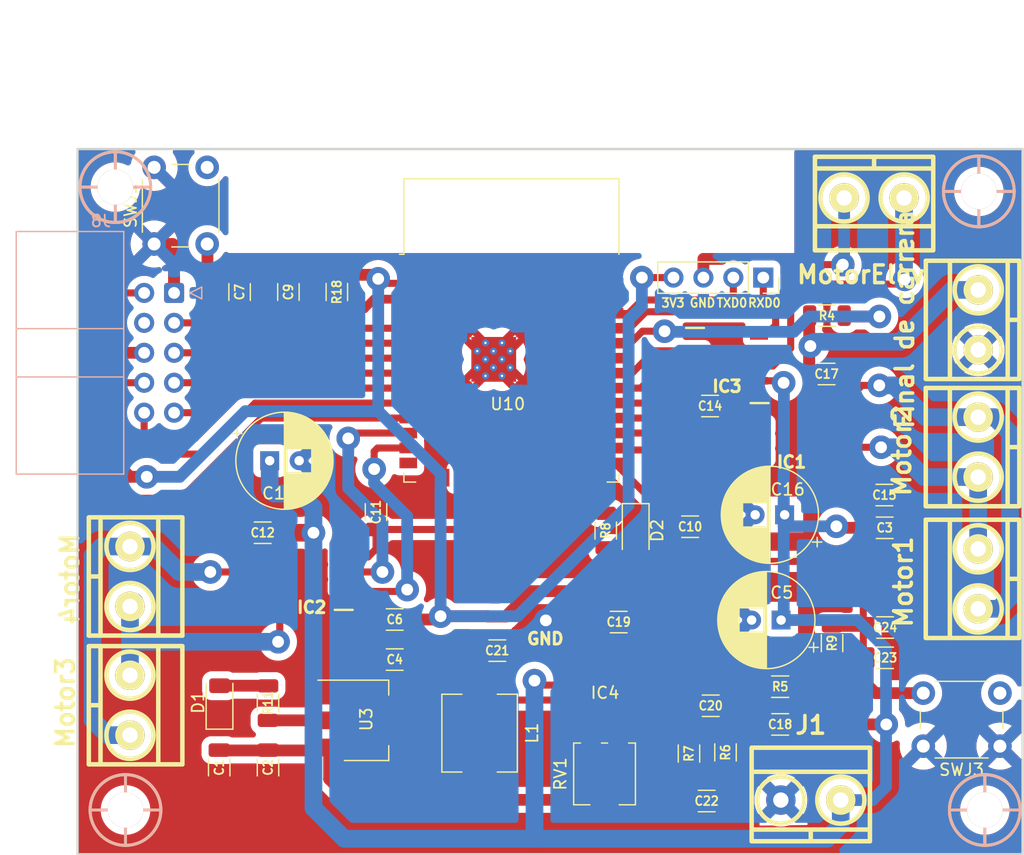
<source format=kicad_pcb>
(kicad_pcb (version 20221018) (generator pcbnew)
  (layers (0 "F.Cu" signal) (31 "B.Cu" signal) (34 "B.Paste" user) (35 "F.Paste" user) (36 "B.SilkS" user "B.Silkscreen") (37 "F.SilkS" user "F.Silkscreen") (38 "B.Mask" user) (39 "F.Mask" user) (44 "Edge.Cuts" user))
  (net 0 "")
  (net 1 "GND")
  (net 2 "/Vin")
  (net 3 "/3V3")
  (net 4 "/EN")
  (net 5 "Net-(J11-Pin_1)")
  (net 6 "Net-(D1-A)")
  (net 7 "/EnA")
  (net 8 "/EnB")
  (net 9 "/EN Elev")
  (net 10 "Net-(IC1-OUT2)")
  (net 11 "Net-(IC1-OUT1)")
  (net 12 "/IN3")
  (net 13 "/IN4")
  (net 14 "Net-(IC2-OUT1)")
  (net 15 "Net-(IC2-OUT2)")
  (net 16 "/IN5")
  (net 17 "/IN6")
  (net 18 "Net-(IC3-OUT1)")
  (net 19 "Net-(IC3-OUT2)")
  (net 20 "/RXD0")
  (net 21 "/TXD0")
  (net 22 "/Sen2")
  (net 23 "/Sen3")
  (net 24 "/Sen4")
  (net 25 "/Sen5")
  (net 26 "/Sen6")
  (net 27 "/Sen7")
  (net 28 "/FC")
  (net 29 "/BOOT")
  (net 30 "/IN2")
  (net 31 "/IN1")
  (net 39 "Net-(D2-A)")
  (net 40 "unconnected-(U10-IO22-Pad36)")
  (net 41 "unconnected-(U10-IO23-Pad37)")
  (net 43 "/5V")
  (net 44 "Net-(IC4-SS)")
  (net 45 "Net-(IC4-COMP)")
  (net 46 "Net-(C20-Pad2)")
  (net 47 "Net-(IC4-BS)")
  (net 48 "Net-(IC4-SW)")
  (net 49 "Net-(IC4-EN)")
  (net 50 "Net-(IC4-FB)")
  (net 52 "unconnected-(U10-SENSOR_VP-Pad4)")
  (net 54 "/Led prueba")
  (net 55 "/Sen1")
  (footprint "Capacitor_SMD:C_1206_3216Metric" (layer "F.Cu") (at 122.76 81.28 180)
    (fp_text reference "C23")
    (fp_text value "0.1u" hide)
  )
  (footprint "Capacitor_SMD:C_1206_3216Metric" (layer "F.Cu") (at 72.14 50.25 -90)
    (fp_text reference "C9")
    (fp_text value "0.1u" hide)
  )
  (footprint "EESTN5:hole_3mm" (layer "F.Cu") (at 58.3205 94.1916)
    (fp_text reference "hole_3mm" hide)
    (fp_text value "VAL**" hide)
  )
  (footprint "LED_SMD:LED_1206_3216Metric" (layer "F.Cu") (at 101.6 70.485 -90)
    (fp_text reference "D2")
    (fp_text value "LED" hide)
  )
  (footprint "Capacitor_SMD:C_1206_3216Metric" (layer "F.Cu") (at 70.4109 90.5848 -90)
    (fp_text reference "C2")
    (fp_text value "0.1u" hide)
  )
  (footprint "Capacitor_SMD:C_1206_3216Metric" (layer "F.Cu") (at 107.9642 85.3472)
    (fp_text reference "C20")
    (fp_text value "4.8n" hide)
  )
  (footprint "EESTN5:BORNERA2_AZUL" (layer "F.Cu") (at 58.7015 74.3796 -90)
    (fp_text reference "J6" hide)
    (fp_text value "Motor4")
  )
  (footprint "EESTN5:BORNERA2_AZUL" (layer "F.Cu") (at 130.65335 74.5828 90)
    (fp_text reference "J4" hide)
    (fp_text value "Motor1")
  )
  (footprint "LibraryPERSONALES:SOIC127P600X170-9N" (layer "F.Cu") (at 74.1193 74.6336 180)
    (fp_text reference "IC2")
    (fp_text value "TB67H450AFNG,EL" hide)
  )
  (footprint "Capacitor_SMD:C_1206_3216Metric" (layer "F.Cu") (at 122.7 67.475)
    (fp_text reference "C15")
    (fp_text value "0.1u" hide)
  )
  (footprint "EESTN5:BORNERA2_AZUL" (layer "F.Cu") (at 121.826 42.27 180)
    (fp_text reference "J7" hide)
    (fp_text value "MotorElev")
  )
  (footprint "EESTN5:hole_3mm" (layer "F.Cu") (at 131.2185 94.1916)
    (fp_text reference "hole_3mm" hide)
    (fp_text value "VAL**" hide)
  )
  (footprint "Resistor_SMD:R_1206_3216Metric" (layer "F.Cu") (at 99.06 70.485 -90)
    (fp_text reference "R8")
    (fp_text value "330" hide)
  )
  (footprint "Capacitor_SMD:C_1206_3216Metric" (layer "F.Cu") (at 100.1595 78.2472 180)
    (fp_text reference "C19")
    (fp_text value "0.1u" hide)
  )
  (footprint "Resistor_SMD:R_1206_3216Metric" (layer "F.Cu") (at 118.26 80.035 -90)
    (fp_text reference "R9")
    (fp_text value "4.7k" hide)
  )
  (footprint "LibraryPERSONALES:SO8-TH" (layer "F.Cu") (at 99.0333 84.2296 -90)
    (fp_text reference "IC4")
    (fp_text value "MP2307")
  )
  (footprint "Resistor_SMD:R_1206_3216Metric" (layer "F.Cu") (at 117.825 52.25 180)
    (fp_text reference "R4")
    (fp_text value "100k" hide)
  )
  (footprint "Capacitor_SMD:C_1206_3216Metric" (layer "F.Cu") (at 106.2185 70.1596)
    (fp_text reference "C10")
    (fp_text value "0.1u" hide)
  )
  (footprint "Capacitor_SMD:C_1206_3216Metric" (layer "F.Cu") (at 122.76 78.71 180)
    (fp_text reference "C24")
    (fp_text value "0.1u" hide)
  )
  (footprint "Capacitor_SMD:C_1206_3216Metric" (layer "F.Cu") (at 66.2707 90.5848 -90)
    (fp_text reference "C1")
    (fp_text value "10u" hide)
  )
  (footprint "LibraryPERSONALES:SOIC127P600X170-9N" (layer "F.Cu") (at 114.825 62.25)
    (fp_text reference "IC1")
    (fp_text value "TB67H450AFNG,EL" hide)
  )
  (footprint "EESTN5:BORNERA2_AZUL" (layer "F.Cu") (at 130.65335 63.4068 90)
    (fp_text reference "J3" hide)
    (fp_text value "Motor2")
  )
  (footprint "Capacitor_SMD:C_1206_3216Metric" (layer "F.Cu") (at 107.624 93.4296)
    (fp_text reference "C22")
    (fp_text value "12u" hide)
  )
  (footprint "Capacitor_SMD:C_1206_3216Metric" (layer "F.Cu") (at 68 50.25 -90)
    (fp_text reference "C7")
    (fp_text value "0.1u" hide)
  )
  (footprint "Capacitor_SMD:C_1206_3216Metric" (layer "F.Cu") (at 69.9595 70.67 180)
    (fp_text reference "C12")
    (fp_text value "0.1u" hide)
  )
  (footprint "EESTN5:BORNERA2_AZUL" (layer "F.Cu") (at 130.6597 52.6118 90)
    (fp_text reference "J11" hide)
    (fp_text value "Final de carrera")
  )
  (footprint "Resistor_SMD:R_1206_3216Metric" (layer "F.Cu") (at 109.2216 89.3041 90)
    (fp_text reference "R6")
    (fp_text value "8.2k" hide)
  )
  (footprint "Inductor_SMD:L_6.3x6.3_H3" (layer "F.Cu") (at 88.3595 87.67 -90)
    (fp_text reference "L1")
    (fp_text value "2u" hide)
  )
  (footprint "Capacitor_SMD:C_1206_3216Metric" (layer "F.Cu") (at 107.913 59.92)
    (fp_text reference "C14")
    (fp_text value "0.1u" hide)
  )
  (footprint "Capacitor_SMD:C_1206_3216Metric" (layer "F.Cu") (at 81.1595 81.4296 180)
    (fp_text reference "C4")
    (fp_text value "0.1u" hide)
  )
  (footprint "RF_Module:ESP32-WROOM-32D" (layer "F.Cu") (at 91.0595 56.4916)
    (fp_text reference "U10")
    (fp_text value "ESP32-WROOM-32" hide)
  )
  (footprint "Capacitor_THT:CP_Radial_D8.0mm_P2.50mm" (layer "F.Cu") (at 114.236951 69.1472 180)
    (fp_text reference "C16")
    (fp_text value "100u" hide)
  )
  (footprint "Capacitor_SMD:C_1206_3216Metric" (layer "F.Cu") (at 79.5745 68.9186 90)
    (fp_text reference "C11")
    (fp_text value "0.1u" hide)
  )
  (footprint "EESTN5:hole_3mm" (layer "F.Cu") (at 57.4595 41.35)
    (fp_text reference "hole_3mm" hide)
    (fp_text value "VAL**" hide)
  )
  (footprint "Package_TO_SOT_SMD:SOT-223-3_TabPin2" (layer "F.Cu") (at 78.7425 86.5856)
    (fp_text reference "U3")
    (fp_text value "AMS1117-3.3" hide)
  )
  (footprint "Button_Switch_THT:SW_PUSH_6mm_H4.3mm" (layer "F.Cu") (at 60.75 46.175 90)
    (fp_text reference "SWJ1")
    (fp_text value "SW_MEC_5G")
  )
  (footprint "Resistor_SMD:R_1206_3216Metric" (layer "F.Cu") (at 70.4109 85.1238 90)
    (fp_text reference "R11")
    (fp_text value "5.1k" hide)
  )
  (footprint "Resistor_SMD:R_1206_3216Metric" (layer "F.Cu") (at 106.1216 89.4041 90)
    (fp_text reference "R7")
    (fp_text value "8.2k" hide)
  )
  (footprint "EESTN5:hole_3mm" (layer "F.Cu") (at 130.7105 41.7152)
    (fp_text reference "hole_3mm" hide)
    (fp_text value "VAL**" hide)
  )
  (footprint "Capacitor_THT:CP_Radial_D8.0mm_P2.50mm" (layer "F.Cu") (at 113.937351 78.079 180)
    (fp_text reference "C5")
    (fp_text value "100u" hide)
  )
  (footprint "LED_SMD:LED_1206_3216Metric" (layer "F.Cu") (at 66.2961 85.0476 90)
    (fp_text reference "D1")
    (fp_text value "LED" hide)
  )
  (footprint "Capacitor_THT:CP_Radial_D8.0mm_P2.50mm" (layer "F.Cu") (at 70.5525 64.56051)
    (fp_text reference "C13")
    (fp_text value "100u" hide)
  )
  (footprint "Capacitor_SMD:C_1206_3216Metric" (layer "F.Cu") (at 81.1595 78.0296 180)
    (fp_text reference "C6")
    (fp_text value "10u" hide)
  )
  (footprint "EESTN5:BORNERA2_AZUL" (layer "F.Cu") (at 116.4548 93.34945)
    (fp_text reference "J1")
    (fp_text value "Alimentacion 12V" hide)
  )
  (footprint "Potentiometer_SMD:Potentiometer_Vishay_TS53YJ_Vertical" (layer "F.Cu") (at 98.9595 91.1296 90)
    (fp_text reference "RV1")
    (fp_text value "220k" hide)
  )
  (footprint "Capacitor_SMD:C_1206_3216Metric" (layer "F.Cu") (at 122.725 70.25)
    (fp_text reference "C3")
    (fp_text value "0.1u" hide)
  )
  (footprint "Resistor_SMD:R_1206_3216Metric" (layer "F.Cu") (at 76.25 50.25 90)
    (fp_text reference "R18")
    (fp_text value "4.7k" hide)
  )
  (footprint "LibraryPERSONALES:SOIC127P600X170-9N" (layer "F.Cu") (at 109.35 55.875)
    (fp_text reference "IC3")
    (fp_text value "TB67H450AFNG,EL" hide)
  )
  (footprint "Resistor_SMD:R_1206_3216Metric" (layer "F.Cu") (at 113.8595 83.7296 180)
    (fp_text reference "R5")
    (fp_text value "100k" hide)
  )
  (footprint "Button_Switch_THT:SW_PUSH_6mm_H4.3mm" (layer "F.Cu") (at 132.5 88.775 180)
    (fp_text reference "SWJ3")
    (fp_text value "SW_MEC_5G")
  )
  (footprint "Capacitor_SMD:C_1206_3216Metric" (layer "F.Cu") (at 89.8595 80.67 180)
    (fp_text reference "C21")
    (fp_text value "10n" hide)
  )
  (footprint "EESTN5:BORNERA2_AZUL" (layer "F.Cu") (at 58.7015 85.3016 -90)
    (fp_text reference "J5" hide)
    (fp_text value "Motor3")
  )
  (footprint "Capacitor_SMD:C_1206_3216Metric" (layer "F.Cu") (at 117.794 57.204 180)
    (fp_text reference "C17")
    (fp_text value "0.1u" hide)
  )
  (footprint "Capacitor_SMD:C_1206_3216Metric" (layer "F.Cu") (at 113.8595 86.9296 180)
    (fp_text reference "C18")
    (fp_text value "12u" hide)
  )
  (footprint "Connector_PinSocket_2.54mm:PinSocket_1x04_P2.54mm_Vertical" (layer "F.Cu") (at 112.425 49.025 -90)
    (fp_text reference "J2" hide)
    (fp_text value "UART" hide)
  )
  (footprint "Connector_IDC:IDC-Header_2x05_P2.54mm_Horizontal" (layer "B.Cu") (at 62.4432 50.3258 180)
    (fp_text reference "J8")
    (fp_text value "Screw_Terminal_01x10")
  )
  (gr_rect (start 54.2565 38.1211) (end 134.4189 97.9381) (stroke (width 0.2)) (fill none) (layer "Edge.Cuts"))
  (gr_text "GND" (at 92.25 80.25) (layer "F.SilkS") (effects (font (size 1 1) (thickness 0.25) bold) (justify left bottom)))
  (segment (start 107.345 47.4416) (end 108.8916 47.4416) (width 1) (layer "F.Cu") (net 1))
  (segment (start 62.4432 46.2932) (end 62.325 46.175) (width 1) (layer "F.Cu") (net 1))
  (segment (start 62.4432 50.3258) (end 62.4432 46.2932) (width 1) (layer "F.Cu") (net 1))
  (segment (start 107.345 49.025) (end 107.345 47.4416) (width 1) (layer "F.Cu") (net 1))
  (segment (start 62.325 46.175) (end 60.75 46.175) (width 1) (layer "F.Cu") (net 1))
  (segment (start 123.4 61.1) (end 123.5 61) (width 0.6) (layer "F.Cu") (net 1))
  (via (at 93.98 78.105) (size 2) (drill 1) (layers "F.Cu" "B.Cu") (net 1))
  (segment (start 121.225 66.104) (end 121.041 65.92) (width 0.6) (layer "F.Cu") (net 2))
  (segment (start 115.3345 86.9296) (end 115.3345 83.8421) (width 1) (layer "F.Cu") (net 2))
  (segment (start 121.25 70.25) (end 118.75 70.25) (width 1) (layer "F.Cu") (net 2))
  (segment (start 117.537 65.191) (end 118.266 65.92) (width 0.6) (layer "F.Cu") (net 2))
  (segment (start 122.7595 86.9296) (end 115.3345 86.9296) (width 1) (layer "F.Cu") (net 2))
  (segment (start 114.15 57.95) (end 113.98 57.78) (width 0.6) (layer "F.Cu") (net 2))
  (segment (start 72.016 70.67) (end 74.266 70.67) (width 1.5) (layer "F.Cu") (net 2))
  (segment (start 113.98 57.78) (end 112.062 57.78) (width 0.6) (layer "F.Cu") (net 2))
  (segment (start 118.266 65.92) (end 121.041 65.92) (width 0.6) (layer "F.Cu") (net 2))
  (segment (start 71.4073 72.42) (end 71.4073 70.6972) (width 1) (layer "F.Cu") (net 2))
  (segment (start 71.4073 70.6972) (end 71.4345 70.67) (width 1) (layer "F.Cu") (net 2))
  (segment (start 121.225 67.475) (end 121.225 66.104) (width 0.6) (layer "F.Cu") (net 2))
  (segment (start 93.3955 83.5946) (end 96.4333 83.5946) (width 0.6) (layer "F.Cu") (net 2))
  (segment (start 117.537 64.155) (end 117.537 65.191) (width 0.6) (layer "F.Cu") (net 2))
  (segment (start 118.75 70.25) (end 118.625 70.125) (width 1) (layer "F.Cu") (net 2))
  (segment (start 121.225 70.225) (end 121.25 70.25) (width 1) (layer "F.Cu") (net 2))
  (segment (start 93.016 83.2151) (end 93.3955 83.5946) (width 0.6) (layer "F.Cu") (net 2))
  (segment (start 121.225 67.475) (end 121.225 70.225) (width 1) (layer "F.Cu") (net 2))
  (via (at 114.15 57.95) (size 2) (drill 1) (layers "F.Cu" "B.Cu") (net 2))
  (via (at 93.016 83.2151) (size 2) (drill 1) (layers "F.Cu" "B.Cu") (net 2))
  (via (at 118.625 70.125) (size 2) (drill 1) (layers "F.Cu" "B.Cu") (net 2))
  (via (at 74.266 70.67) (size 2) (drill 1) (layers "F.Cu" "B.Cu") (net 2))
  (via (at 122.8595 86.9296) (size 2) (drill 1) (layers "F.Cu" "B.Cu") (net 2))
  (segment (start 118.0178 96.4542) (end 118.9948 95.4772) (width 1.5) (layer "B.Cu") (net 2))
  (segment (start 74.266 70.67) (end 74.266 94.016) (width 1.5) (layer "B.Cu") (net 2))
  (segment (start 76.8796 96.6296) (end 93.3595 96.6296) (width 1.5) (layer "B.Cu") (net 2))
  (segment (start 70.9461 67.3501) (end 70.5525 66.9565) (width 1.5) (layer "B.Cu") (net 2))
  (segment (start 122.8365 92.2) (end 121.68705 93.34945) (width 1) (layer "B.Cu") (net 2))
  (segment (start 114.1595 65.5296) (end 114.1595 77.856851) (width 1) (layer "B.Cu") (net 2))
  (segment (start 114.1595 66.37) (end 114.1595 65.5296) (width 1) (layer "B.Cu") (net 2))
  (segment (start 114.175 65.5141) (end 114.1595 65.5296) (width 1) (layer "B.Cu") (net 2))
  (segment (start 114.1595 66.675) (end 114.1595 66.37) (width 1) (layer "B.Cu") (net 2))
  (segment (start 93.016 83.2151) (end 93.016 96.6296) (width 1.5) (layer "B.Cu") (net 2))
  (segment (start 114.15 57.95) (end 114.175 57.975) (width 1) (layer "B.Cu") (net 2))
  (segment (start 74.266 68.528652) (end 73.087448 67.3501) (width 1.5) (layer "B.Cu") (net 2))
  (segment (start 122.8365 80.5066) (end 122.8365 92.2) (width 1) (layer "B.Cu") (net 2))
  (segment (start 114.175 57.975) (end 114.175 65.5141) (width 1) (layer "B.Cu") (net 2))
  (segment (start 120.4089 78.079) (end 122.8365 80.5066) (width 1) (layer "B.Cu") (net 2))
  (segment (start 70.5525 66.9565) (end 70.5525 64.56051) (width 1.5) (layer "B.Cu") (net 2))
  (segment (start 114.1595 70.125) (end 114.1595 66.37) (width 1) (layer "B.Cu") (net 2))
  (segment (start 114.1595 77.856851) (end 113.937351 78.079) (width 1) (layer "B.Cu") (net 2))
  (segment (start 93.016 96.6296) (end 93.3595 96.6296) (width 1.5) (layer "B.Cu") (net 2))
  (segment (start 118.9948 95.4772) (end 118.9948 93.34945) (width 1.5) (layer "B.Cu") (net 2))
  (segment (start 74.266 70.67) (end 74.266 68.528652) (width 1.5) (layer "B.Cu") (net 2))
  (segment (start 117.8424 96.6296) (end 118.0178 96.4542) (width 1.5) (layer "B.Cu") (net 2))
  (segment (start 93.3595 96.6296) (end 117.8424 96.6296) (width 1.5) (layer "B.Cu") (net 2))
  (segment (start 74.266 94.016) (end 76.8796 96.6296) (width 1.5) (layer "B.Cu") (net 2))
  (segment (start 118.625 70.125) (end 114.1595 70.125) (width 1) (layer "B.Cu") (net 2))
  (segment (start 121.68705 93.34945) (end 118.9948 93.34945) (width 1) (layer "B.Cu") (net 2))
  (segment (start 113.937351 78.079) (end 120.4089 78.079) (width 1) (layer "B.Cu") (net 2))
  (segment (start 73.087448 67.3501) (end 70.9461 67.3501) (width 1.5) (layer "B.Cu") (net 2))
  (segment (start 89.075 77.75) (end 89.1 77.775) (width 1) (layer "F.Cu") (net 3))
  (segment (start 56.525 61.45) (end 56.525 63.75) (width 1) (layer "F.Cu") (net 3))
  (segment (start 84.7704 78.0296) (end 85.05 77.75) (width 1) (layer "F.Cu") (net 3))
  (segment (start 82.6345 78.0296) (end 84.7704 78.0296) (width 1) (layer "F.Cu") (net 3))
  (segment (start 70.4109 86.5863) (end 75.5918 86.5863) (width 1) (layer "F.Cu") (net 3))
  (segment (start 57.5942 55.4058) (end 57.225 55.775) (width 1) (layer "F.Cu") (net 3))
  (segment (start 82.6595 85.8186) (end 82.6595 81.4546) (width 1) (layer "F.Cu") (net 3))
  (segment (start 75.5925 86.5856) (end 81.8925 86.5856) (width 1) (layer "F.Cu") (net 3))
  (segment (start 92.725 75.625) (end 105.525 75.625) (width 1) (layer "F.Cu") (net 3))
  (segment (start 90.575 77.775) (end 92.725 75.625) (width 1) (layer "F.Cu") (net 3))
  (segment (start 89.1 77.775) (end 90.575 77.775) (width 1) (layer "F.Cu") (net 3))
  (segment (start 79.7595 49.1321) (end 80.139 49.5116) (width 0.6) (layer "F.Cu") (net 3))
  (segment (start 56.525 63.75) (end 58.7 65.925) (width 1) (layer "F.Cu") (net 3))
  (segment (start 106.275 78.95) (end 108.8225 81.4975) (width 1) (layer "F.Cu") (net 3))
  (segment (start 85.05 77.75) (end 89.075 77.75) (width 1) (layer "F.Cu") (net 3))
  (segment (start 56.525 56.475) (end 56.525 61.45) (width 1) (layer "F.Cu") (net 3))
  (segment (start 80.139 49.5116) (end 82.3095 49.5116) (width 0.6) (layer "F.Cu") (net 3))
  (segment (start 108.8225 81.4975) (end 118.26 81.4975) (width 1) (layer "F.Cu") (net 3))
  (segment (start 79.4149 48.7875) (end 76.25 48.7875) (width 1) (layer "F.Cu") (net 3))
  (segment (start 82.6345 78.0296) (end 82.6345 81.4296) (width 1) (layer "F.Cu") (net 3))
  (segment (start 58.7 65.925) (end 60.125 65.925) (width 1) (layer "F.Cu") (net 3))
  (segment (start 79.7595 49.1321) (end 79.4149 48.7875) (width 1) (layer "F.Cu") (net 3))
  (segment (start 75.5918 86.5863) (end 75.5925 86.5856) (width 1) (layer "F.Cu") (net 3))
  (segment (start 102.125 49.025) (end 104.805 49.025) (width 0.6) (layer "F.Cu") (net 3))
  (segment (start 59.9032 55.4058) (end 59.889 55.42) (width 1) (layer "F.Cu") (net 3))
  (segment (start 82.6595 81.4546) (end 82.6345 81.4296) (width 1) (layer "F.Cu") (net 3))
  (segment (start 59.9032 55.4058) (end 57.5942 55.4058) (width 1) (layer "F.Cu") (net 3))
  (segment (start 105.525 75.625) (end 106.275 76.375) (width 1) (layer "F.Cu") (net 3))
  (segment (start 106.275 76.375) (end 106.275 78.95) (width 1) (layer "F.Cu") (net 3))
  (segment (start 57.225 55.775) (end 56.525 56.475) (width 1) (layer "F.Cu") (net 3))
  (segment (start 81.8925 86.5856) (end 82.6595 85.8186) (width 1) (layer "F.Cu") (net 3))
  (via (at 102.125 49.025) (size 2) (drill 1) (layers "F.Cu" "B.Cu") (net 3))
  (via (at 79.7595 49.1321) (size 2) (drill 1) (layers "F.Cu" "B.Cu") (net 3))
  (via (at 60.125 65.925) (size 2) (drill 1) (layers "F.Cu" "B.Cu") (net 3))
  (via (at 85.05 77.75) (size 2) (drill 1) (layers "F.Cu" "B.Cu") (net 3))
  (segment (start 68.4884 60.3616) (end 79.75 60.3616) (width 1) (layer "B.Cu") (net 3))
  (segment (start 79.7595 60.3521) (end 79.7595 49.1321) (width 1) (layer "B.Cu") (net 3))
  (segment (start 85.05 67.05) (end 85.05 69.025) (width 1) (layer "B.Cu") (net 3))
  (segment (start 85.05 77.75) (end 91.575 77.75) (width 1) (layer "B.Cu") (net 3))
  (segment (start 85.05 77.75) (end 85.05 67.05) (width 1) (layer "B.Cu") (net 3))
  (segment (start 101 52.6) (end 102.125 51.475) (width 1) (layer "B.Cu") (net 3))
  (segment (start 101 68.325) (end 101 52.6) (width 1) (layer "B.Cu") (net 3))
  (segment (start 62.925 65.925) (end 68.4884 60.3616) (width 1) (layer "B.Cu") (net 3))
  (segment (start 79.7595 60.3521) (end 85.05 65.6426) (width 1) (layer "B.Cu") (net 3))
  (segment (start 91.575 77.75) (end 101 68.325) (width 1) (layer "B.Cu") (net 3))
  (segment (start 79.75 60.3616) (end 79.7595 60.3521) (width 1) (layer "B.Cu") (net 3))
  (segment (start 85.05 65.6426) (end 85.05 67.05) (width 1) (layer "B.Cu") (net 3))
  (segment (start 60.125 65.925) (end 62.925 65.925) (width 1) (layer "B.Cu") (net 3))
  (segment (start 102.125 51.475) (end 102.125 49.025) (width 1) (layer "B.Cu") (net 3))
  (segment (start 82.3095 50.7816) (end 82.2615 50.8296) (width 0.6) (layer "F.Cu") (net 4))
  (segment (start 82.234 50.8571) (end 82.3095 50.7816) (width 0.75) (layer "F.Cu") (net 4))
  (segment (start 68 51.725) (end 66.325 51.725) (width 1) (layer "F.Cu") (net 4))
  (segment (start 65.275 46.2) (end 65.25 46.175) (width 1) (layer "F.Cu") (net 4))
  (segment (start 78.58 51.67) (end 79.3929 50.8571) (width 0.75) (layer "F.Cu") (net 4))
  (segment (start 79.3929 50.8571) (end 82.234 50.8571) (width 0.75) (layer "F.Cu") (net 4))
  (segment (start 66.325 51.725) (end 65.275 50.675) (width 1) (layer "F.Cu") (net 4))
  (segment (start 65.275 50.675) (end 65.275 46.2) (width 1) (layer "F.Cu") (net 4))
  (segment (start 67.67 51.67) (end 78.58 51.67) (width 0.75) (layer "F.Cu") (net 4))
  (segment (start 116.319 52.2935) (end 116.3625 52.25) (width 1) (layer "F.Cu") (net 5))
  (segment (start 116.319 56.125) (end 116.319 57.204) (width 1) (layer "F.Cu") (net 5))
  (segment (start 116.319 54.935258) (end 116.319 56.125) (width 1) (layer "F.Cu") (net 5))
  (segment (start 116.420678 54.83358) (end 116.319 54.935258) (width 0.6) (layer "F.Cu") (net 5))
  (segment (start 116.319 57.204) (end 116.319 52.2935) (width 1) (layer "F.Cu") (net 5))
  (via (at 116.420678 54.83358) (size 2) (drill 1) (layers "F.Cu" "B.Cu") (net 5))
  (segment (start 128.4342 50.0718) (end 130.6597 50.0718) (width 1.5) (layer "B.Cu") (net 5))
  (segment (start 116.420678 54.83358) (end 116.784258 54.47) (width 1.5) (layer "B.Cu") (net 5))
  (segment (start 124.036 54.47) (end 128.4342 50.0718) (width 1.5) (layer "B.Cu") (net 5))
  (segment (start 116.784258 54.47) (end 124.036 54.47) (width 1.5) (layer "B.Cu") (net 5))
  (segment (start 70.3972 83.6476) (end 70.4109 83.6613) (width 1) (layer "F.Cu") (net 6))
  (segment (start 66.2961 83.6476) (end 70.3972 83.6476) (width 1) (layer "F.Cu") (net 6))
  (segment (start 104.725 64.155) (end 112.113 64.155) (width 0.6) (layer "F.Cu") (net 7))
  (segment (start 99.9795 63.6516) (end 103.9266 63.6516) (width 0.6) (layer "F.Cu") (net 7))
  (segment (start 104.7435 70.1596) (end 104.7435 64.4565) (width 1) (layer "F.Cu") (net 7))
  (segment (start 103.9266 63.6516) (end 104.43 64.155) (width 0.6) (layer "F.Cu") (net 7))
  (segment (start 104.43 64.155) (end 104.725 64.155) (width 0.6) (layer "F.Cu") (net 7))
  (segment (start 99.8095 63.4816) (end 99.9795 63.6516) (width 0.6) (layer "F.Cu") (net 7))
  (segment (start 78.8945 72.7286) (end 79.5745 72.0486) (width 0.6) (layer "F.Cu") (net 8))
  (segment (start 79.5745 72.0486) (end 79.5745 70.3936) (width 0.6) (layer "F.Cu") (net 8))
  (segment (start 76.8313 72.7286) (end 78.8945 72.7286) (width 0.6) (layer "F.Cu") (net 8))
  (segment (start 79.5745 70.3936) (end 94.2955 70.3936) (width 0.6) (layer "F.Cu") (net 8))
  (segment (start 94.2955 70.3936) (end 95.5095 69.1796) (width 0.6) (layer "F.Cu") (net 8))
  (segment (start 95.5095 69.1796) (end 95.5095 66.0016) (width 0.6) (layer "F.Cu") (net 8))
  (segment (start 105.3 59.6716) (end 106.1896 59.6716) (width 0.6) (layer "F.Cu") (net 9))
  (segment (start 106.638 57.78) (end 106.575 57.843) (width 0.6) (layer "F.Cu") (net 9))
  (segment (start 99.8095 59.6716) (end 105.3 59.6716) (width 0.6) (layer "F.Cu") (net 9))
  (segment (start 106.1896 59.6716) (end 106.438 59.92) (width 0.6) (layer "F.Cu") (net 9))
  (segment (start 106.575 59.783) (end 106.438 59.92) (width 0.6) (layer "F.Cu") (net 9))
  (segment (start 105.301 59.6706) (end 105.3 59.6716) (width 0.6) (layer "F.Cu") (net 9))
  (segment (start 106.575 57.843) (end 106.575 59.783) (width 0.6) (layer "F.Cu") (net 9))
  (segment (start 118.585 60.39) (end 117.582 60.39) (width 0.6) (layer "F.Cu") (net 10))
  (segment (start 122.266 58.17) (end 120.805 58.17) (width 0.6) (layer "F.Cu") (net 10))
  (segment (start 117.582 60.39) (end 117.537 60.345) (width 0.6) (layer "F.Cu") (net 10))
  (segment (start 120.805 58.17) (end 118.585 60.39) (width 0.6) (layer "F.Cu") (net 10))
  (via (at 122.266 58.17) (size 2) (drill 1) (layers "F.Cu" "B.Cu") (net 10))
  (segment (start 130.65335 77.1228) (end 132.3869 77.1228) (width 1.5) (layer "B.Cu") (net 10))
  (segment (start 123.4925 58.17) (end 122.266 58.17) (width 1.5) (layer "B.Cu") (net 10))
  (segment (start 132.0313 60.8668) (end 130.65335 60.8668) (width 1.5) (layer "B.Cu") (net 10))
  (segment (start 130.65335 60.8668) (end 126.1893 60.8668) (width 1.5) (layer "B.Cu") (net 10))
  (segment (start 126.1893 60.8668) (end 123.4925 58.17) (width 1.5) (layer "B.Cu") (net 10))
  (segment (start 133.3521 62.1876) (end 132.0313 60.8668) (width 1.5) (layer "B.Cu") (net 10))
  (segment (start 133.3521 76.1576) (end 133.3521 62.1876) (width 1.5) (layer "B.Cu") (net 10))
  (segment (start 132.3869 77.1228) (end 133.3521 76.1576) (width 1.5) (layer "B.Cu") (net 10))
  (segment (start 122.416 63.42) (end 120.045 63.42) (width 0.6) (layer "F.Cu") (net 11))
  (segment (start 119.51 62.885) (end 117.537 62.885) (width 0.6) (layer "F.Cu") (net 11))
  (segment (start 120.045 63.42) (end 119.51 62.885) (width 0.6) (layer "F.Cu") (net 11))
  (via (at 122.416 63.42) (size 2) (drill 1) (layers "F.Cu" "B.Cu") (net 11))
  (segment (start 126.0623 65.9468) (end 130.65335 65.9468) (width 1.5) (layer "B.Cu") (net 11))
  (segment (start 122.416 63.42) (end 123.5355 63.42) (width 1.5) (layer "B.Cu") (net 11))
  (segment (start 130.65335 65.9468) (end 130.65335 72.0428) (width 1.5) (layer "B.Cu") (net 11))
  (segment (start 123.5355 63.42) (end 126.0623 65.9468) (width 1.5) (layer "B.Cu") (net 11))
  (segment (start 78.185647 75.6486) (end 77.805647 75.2686) (width 0.6) (layer "F.Cu") (net 12))
  (segment (start 77.805647 75.2686) (end 76.8313 75.2686) (width 0.6) (layer "F.Cu") (net 12))
  (segment (start 79.7044 63.4816) (end 82.3095 63.4816) (width 0.6) (layer "F.Cu") (net 12))
  (segment (start 82.0594 75.6486) (end 78.185647 75.6486) (width 0.6) (layer "F.Cu") (net 12))
  (segment (start 79.416 63.77) (end 79.7044 63.4816) (width 0.6) (layer "F.Cu") (net 12))
  (segment (start 79.416 65.27) (end 79.416 63.77) (width 0.6) (layer "F.Cu") (net 12))
  (segment (start 82.216 75.492) (end 82.0594 75.6486) (width 0.6) (layer "F.Cu") (net 12))
  (via (at 79.416 65.27) (size 2) (drill 1) (layers "F.Cu" "B.Cu") (net 12))
  (via (at 82.216 75.492) (size 2) (drill 1) (layers "F.Cu" "B.Cu") (net 12))
  (segment (start 82.216 75.492) (end 82.216 73.97) (width 0.6) (layer "B.Cu") (net 12))
  (segment (start 82.216 75.492) (end 82.216 69.27) (width 1) (layer "B.Cu") (net 12))
  (segment (start 79.416 66.47) (end 79.416 65.27) (width 1) (layer "B.Cu") (net 12))
  (segment (start 82.216 69.27) (end 79.416 66.47) (width 1) (layer "B.Cu") (net 12))
  (segment (start 80.116 73.9991) (end 80.1155 73.9986) (width 0.6) (layer "F.Cu") (net 13))
  (segment (start 77.6744 62.2116) (end 82.3095 62.2116) (width 0.6) (layer "F.Cu") (net 13))
  (segment (start 80.1155 73.9986) (end 76.8313 73.9986) (width 0.6) (layer "F.Cu") (net 13))
  (segment (start 77.216 62.67) (end 77.6744 62.2116) (width 0.6) (layer "F.Cu") (net 13))
  (via (at 80.116 73.9991) (size 2) (drill 1) (layers "F.Cu" "B.Cu") (net 13))
  (via (at 77.216 62.67) (size 2) (drill 1) (layers "F.Cu" "B.Cu") (net 13))
  (segment (start 80.116 73.9991) (end 80.116 69.77) (width 1) (layer "B.Cu") (net 13))
  (segment (start 80.116 69.77) (end 77.216 66.87) (width 1) (layer "B.Cu") (net 13))
  (segment (start 77.216 66.87) (end 77.216 62.67) (width 1) (layer "B.Cu") (net 13))
  (segment (start 71.4073 73.9986) (end 65.516 73.9986) (width 0.6) (layer "F.Cu") (net 14))
  (via (at 65.516 73.9986) (size 2) (drill 1) (layers "F.Cu" "B.Cu") (net 14))
  (segment (start 62.8925 73.9986) (end 60.7335 71.8396) (width 1.5) (layer "B.Cu") (net 14))
  (segment (start 65.516 73.9986) (end 62.8925 73.9986) (width 1.5) (layer "B.Cu") (net 14))
  (segment (start 60.7335 71.8396) (end 58.7015 71.8396) (width 1.5) (layer "B.Cu") (net 14))
  (segment (start 55.5265 86.5716) (end 55.5265 72.6016) (width 1.5) (layer "B.Cu") (net 14))
  (segment (start 55.5265 72.6016) (end 56.2885 71.8396) (width 1.5) (layer "B.Cu") (net 14))
  (segment (start 58.7015 87.8416) (end 56.7965 87.8416) (width 1.5) (layer "B.Cu") (net 14))
  (segment (start 56.7965 87.8416) (end 55.5265 86.5716) (width 1.5) (layer "B.Cu") (net 14))
  (segment (start 56.2885 71.8396) (end 58.7015 71.8396) (width 1.5) (layer "B.Cu") (net 14))
  (segment (start 71.4073 79.7787) (end 71.4073 76.5386) (width 0.6) (layer "F.Cu") (net 15))
  (segment (start 71.266 79.92) (end 71.4073 79.7787) (width 0.6) (layer "F.Cu") (net 15))
  (via (at 71.266 79.92) (size 2) (drill 1) (layers "F.Cu" "B.Cu") (net 15))
  (segment (start 59.2015 79.92) (end 58.7015 79.42) (width 1.5) (layer "B.Cu") (net 15))
  (segment (start 58.7015 76.9196) (end 58.7015 79.42) (width 1.5) (layer "B.Cu") (net 15))
  (segment (start 71.266 79.92) (end 59.2015 79.92) (width 1.5) (layer "B.Cu") (net 15))
  (segment (start 58.7015 79.42) (end 58.7015 82.7616) (width 1.5) (layer "B.Cu") (net 15))
  (segment (start 59.0825 76.5386) (end 58.7015 76.9196) (width 1.5) (layer "B.Cu") (net 15))
  (segment (start 103.185 55.24) (end 106.638 55.24) (width 0.6) (layer "F.Cu") (net 16))
  (segment (start 101.2934 57.1316) (end 103.185 55.24) (width 0.6) (layer "F.Cu") (net 16))
  (segment (start 99.8095 57.1316) (end 101.2934 57.1316) (width 0.6) (layer "F.Cu") (net 16))
  (segment (start 99.8109 57.133) (end 99.8095 57.1316) (width 0.6) (layer "F.Cu") (net 16))
  (segment (start 99.8095 58.4016) (end 102.0234 58.4016) (width 0.6) (layer "F.Cu") (net 17))
  (segment (start 102.0234 58.4016) (end 103.915 56.51) (width 0.6) (layer "F.Cu") (net 17))
  (segment (start 103.915 56.51) (end 106.638 56.51) (width 0.6) (layer "F.Cu") (net 17))
  (segment (start 116.375 49.575) (end 124.025 49.575) (width 0.6) (layer "F.Cu") (net 18))
  (segment (start 114.75 55.016547) (end 114.75 51.2) (width 0.6) (layer "F.Cu") (net 18))
  (segment (start 114.75 51.2) (end 116.375 49.575) (width 0.6) (layer "F.Cu") (net 18))
  (segment (start 112.062 56.51) (end 112.077 56.525) (width 0.6) (layer "F.Cu") (net 18))
  (segment (start 112.077 56.525) (end 113.241547 56.525) (width 0.6) (layer "F.Cu") (net 18))
  (segment (start 124.025 49.575) (end 124.425 49.175) (width 0.6) (layer "F.Cu") (net 18))
  (segment (start 113.241547 56.525) (end 114.75 55.016547) (width 0.6) (layer "F.Cu") (net 18))
  (via (at 124.425 49.175) (size 2) (drill 1) (layers "F.Cu" "B.Cu") (net 18))
  (segment (start 124.366131 42.270131) (end 124.366 42.27) (width 1.5) (layer "B.Cu") (net 18))
  (segment (start 124.366131 49.116131) (end 124.366131 42.270131) (width 1.5) (layer "B.Cu") (net 18))
  (segment (start 124.425 49.175) (end 124.366131 49.116131) (width 1.5) (layer "B.Cu") (net 18))
  (segment (start 112.555 53.97) (end 113.475 53.05) (width 0.6) (layer "F.Cu") (net 19))
  (segment (start 116.481498 47.925) (end 119.175 47.925) (width 0.6) (layer "F.Cu") (net 19))
  (segment (start 113.475 53.05) (end 113.475 50.931498) (width 0.6) (layer "F.Cu") (net 19))
  (segment (start 113.475 50.931498) (end 116.481498 47.925) (width 0.6) (layer "F.Cu") (net 19))
  (segment (start 112.062 53.97) (end 112.555 53.97) (width 0.6) (layer "F.Cu") (net 19))
  (via (at 119.175 47.925) (size 2) (drill 1) (layers "F.Cu" "B.Cu") (net 19))
  (segment (start 119.286 47.814) (end 119.175 47.925) (width 1) (layer "B.Cu") (net 19))
  (segment (start 119.286 42.27) (end 119.286 47.814) (width 1) (layer "B.Cu") (net 19))
  (segment (start 101.0784 53.3216) (end 102.475 51.925) (width 0.6) (layer "F.Cu") (net 20))
  (segment (start 102.475 51.925) (end 111.325 51.925) (width 0.6) (layer "F.Cu") (net 20))
  (segment (start 99.8095 53.3216) (end 101.0784 53.3216) (width 0.6) (layer "F.Cu") (net 20))
  (segment (start 111.325 51.925) (end 112.425 50.825) (width 0.6) (layer "F.Cu") (net 20))
  (segment (start 112.425 50.825) (end 112.425 49.025) (width 0.6) (layer "F.Cu") (net 20))
  (segment (start 109.885 50.39) (end 109.885 49.025) (width 0.6) (layer "F.Cu") (net 21))
  (segment (start 99.8095 52.0516) (end 99.8329 52.075) (width 0.6) (layer "F.Cu") (net 21))
  (segment (start 99.8329 52.075) (end 100.981497 52.075) (width 0.6) (layer "F.Cu") (net 21))
  (segment (start 99.8335 52.0276) (end 99.8095 52.0516) (width 0.6) (layer "F.Cu") (net 21))
  (segment (start 109.35 50.925) (end 109.885 50.39) (width 0.6) (layer "F.Cu") (net 21))
  (segment (start 102.131497 50.925) (end 109.35 50.925) (width 0.6) (layer "F.Cu") (net 21))
  (segment (start 100.981497 52.075) (end 102.131497 50.925) (width 0.6) (layer "F.Cu") (net 21))
  (segment (start 82.3095 58.4016) (end 68.4844 58.4016) (width 0.6) (layer "F.Cu") (net 22))
  (segment (start 63.916 62.67) (end 62.916 62.67) (width 0.6) (layer "F.Cu") (net 22))
  (segment (start 68.4844 58.4016) (end 64.216 62.67) (width 0.6) (layer "F.Cu") (net 22))
  (segment (start 64.216 62.67) (end 63.916 62.67) (width 0.6) (layer "F.Cu") (net 22))
  (segment (start 63.916 62.67) (end 60.516 62.67) (width 0.6) (layer "F.Cu") (net 22))
  (segment (start 59.9032 62.0572) (end 59.9032 60.4858) (width 0.6) (layer "F.Cu") (net 22))
  (segment (start 60.516 62.67) (end 59.9032 62.0572) (width 0.6) (layer "F.Cu") (net 22))
  (segment (start 82.3095 57.1316) (end 67.8044 57.1316) (width 0.6) (layer "F.Cu") (net 23))
  (segment (start 67.8044 57.1316) (end 64.4502 60.4858) (width 0.6) (layer "F.Cu") (net 23))
  (segment (start 64.4502 60.4858) (end 62.4432 60.4858) (width 0.6) (layer "F.Cu") (net 23))
  (segment (start 67.3244 55.8616) (end 82.3095 55.8616) (width 0.6) (layer "F.Cu") (net 24))
  (segment (start 65.2402 57.9458) (end 67.3244 55.8616) (width 0.6) (layer "F.Cu") (net 24))
  (segment (start 62.4432 57.9458) (end 65.2402 57.9458) (width 0.6) (layer "F.Cu") (net 24))
  (segment (start 64.2802 55.4058) (end 62.4432 55.4058) (width 0.6) (layer "F.Cu") (net 25))
  (segment (start 65.0944 54.5916) (end 64.2802 55.4058) (width 0.6) (layer "F.Cu") (net 25))
  (segment (start 82.3095 54.5916) (end 65.0944 54.5916) (width 0.6) (layer "F.Cu") (net 25))
  (segment (start 64.4618 52.8658) (end 62.4432 52.8658) (width 0.6) (layer "F.Cu") (net 26))
  (segment (start 82.3095 53.3216) (end 64.9176 53.3216) (width 0.6) (layer "F.Cu") (net 26))
  (segment (start 64.9176 53.3216) (end 64.4618 52.8658) (width 0.6) (layer "F.Cu") (net 26))
  (segment (start 63.036 67.75) (end 57 67.75) (width 0.6) (layer "F.Cu") (net 27))
  (segment (start 55.25 52.686) (end 57.6102 50.3258) (width 0.6) (layer "F.Cu") (net 27))
  (segment (start 57.6102 50.3258) (end 59.9032 50.3258) (width 0.6) (layer "F.Cu") (net 27))
  (segment (start 55.25 66) (end 55.25 52.686) (width 0.6) (layer "F.Cu") (net 27))
  (segment (start 69.8444 60.9416) (end 63.036 67.75) (width 0.6) (layer "F.Cu") (net 27))
  (segment (start 57 67.75) (end 55.25 66) (width 0.6) (layer "F.Cu") (net 27))
  (segment (start 82.3095 60.9416) (end 69.8444 60.9416) (width 0.6) (layer "F.Cu") (net 27))
  (segment (start 82.3095 60.9416) (end 82.2855 60.9176) (width 0.6) (layer "F.Cu") (net 27))
  (segment (start 102.169002 53.5745) (end 101.151902 54.5916) (width 0.6) (layer "F.Cu") (net 28))
  (segment (start 119.3625 52.325) (end 119.2875 52.25) (width 1) (layer "F.Cu") (net 28))
  (segment (start 122.275 52.325) (end 119.3625 52.325) (width 1) (layer "F.Cu") (net 28))
  (segment (start 104.05 53.5745) (end 102.169002 53.5745) (width 0.6) (layer "F.Cu") (net 28))
  (segment (start 101.151902 54.5916) (end 99.8095 54.5916) (width 0.6) (layer "F.Cu") (net 28))
  (via (at 122.275 52.325) (size 2) (drill 1) (layers "F.Cu" "B.Cu") (net 28))
  (via (at 104.05 53.5745) (size 2) (drill 1) (layers "F.Cu" "B.Cu") (net 28))
  (segment (start 104.1005 53.625) (end 115.012962 53.625) (width 1) (layer "B.Cu") (net 28))
  (segment (start 104.05 53.5745) (end 104.1005 53.625) (width 1) (layer "B.Cu") (net 28))
  (segment (start 116.312962 52.325) (end 122.275 52.325) (width 1) (layer "B.Cu") (net 28))
  (segment (start 115.012962 53.625) (end 116.312962 52.325) (width 1) (layer "B.Cu") (net 28))
  (segment (start 121.945 84.275) (end 121.285 83.615) (width 1) (layer "F.Cu") (net 29))
  (segment (start 120.91 73.285) (end 120.91 80.905) (width 0.6) (layer "F.Cu") (net 29))
  (segment (start 121.285 83.615) (end 121.285 81.28) (width 1) (layer "F.Cu") (net 29))
  (segment (start 103.5185 71.182392) (end 103.5185 68.4606) (width 0.6) (layer "F.Cu") (net 29))
  (segment (start 120.91 80.905) (end 121.285 81.28) (width 0.6) (layer "F.Cu") (net 29))
  (segment (start 118.26 78.5725) (end 121.1475 78.5725) (width 1) (layer "F.Cu") (net 29))
  (segment (start 116.025 73.1) (end 120.725 73.1) (width 0.6) (layer "F.Cu") (net 29))
  (segment (start 105.436108 73.1) (end 103.5185 71.182392) (width 0.6) (layer "F.Cu") (net 29))
  (segment (start 103.5185 68.4606) (end 99.8095 64.7516) (width 0.6) (layer "F.Cu") (net 29))
  (segment (start 121.1475 78.5725) (end 121.285 78.71) (width 1) (layer "F.Cu") (net 29))
  (segment (start 120.725 73.1) (end 120.91 73.285) (width 0.6) (layer "F.Cu") (net 29))
  (segment (start 126.025 84.275) (end 121.945 84.275) (width 1) (layer "F.Cu") (net 29))
  (segment (start 117.3396 73.1) (end 105.436108 73.1) (width 0.6) (layer "F.Cu") (net 29))
  (segment (start 99.8095 60.9416) (end 104.35 60.9416) (width 0.6) (layer "F.Cu") (net 30))
  (segment (start 105.021497 61.615) (end 112.113 61.615) (width 0.6) (layer "F.Cu") (net 30))
  (segment (start 104.35 60.943503) (end 105.021497 61.615) (width 0.6) (layer "F.Cu") (net 30))
  (segment (start 104.35 60.9416) (end 104.35 60.943503) (width 0.6) (layer "F.Cu") (net 30))
  (segment (start 104.947995 62.885) (end 104.274595 62.2116) (width 0.6) (layer "F.Cu") (net 31))
  (segment (start 112.113 62.885) (end 104.947995 62.885) (width 0.6) (layer "F.Cu") (net 31))
  (segment (start 104.274595 62.2116) (end 99.8095 62.2116) (width 0.6) (layer "F.Cu") (net 31))
  (segment (start 99.06 71.9475) (end 101.5375 71.9475) (width 1) (layer "F.Cu") (net 39))
  (segment (start 101.5375 71.9475) (end 101.6 71.885) (width 1) (layer "F.Cu") (net 39))
  (segment (start 99.8335 50.7576) (end 99.8095 50.7816) (width 0.6) (layer "F.Cu") (net 40))
  (segment (start 99.8335 49.4876) (end 99.8095 49.5116) (width 0.6) (layer "F.Cu") (net 41))
  (segment (start 97.7595 89.1796) (end 97.8095 89.1296) (width 1) (layer "F.Cu") (net 43))
  (segment (start 75.5925 88.8856) (end 75.5925 91.5626) (width 1) (layer "F.Cu") (net 43))
  (segment (start 106.049 93.3296) (end 106.149 93.4296) (width 1) (layer "F.Cu") (net 43))
  (segment (start 75.5925 91.5626) (end 77.3595 93.3296) (width 1) (layer "F.Cu") (net 43))
  (segment (start 66.3005 89.1396) (end 75.3385 89.1396) (width 1) (layer "F.Cu") (net 43))
  (segment (start 75.3385 89.1396) (end 75.5925 88.8856) (width 1) (layer "F.Cu") (net 43))
  (segment (start 66.2707 89.1098) (end 66.3005 89.1396) (width 1) (layer "F.Cu") (net 43))
  (segment (start 98.9595 93.1296) (end 97.7595 93.1296) (width 1) (layer "F.Cu") (net 43))
  (segment (start 88.3595 90.2796) (end 88.3595 90.42) (width 1) (layer "F.Cu") (net 43))
  (segment (start 88.4595 90.1796) (end 88.3595 90.2796) (width 1) (layer "F.Cu") (net 43))
  (segment (start 88.5825 93.3296) (end 106.049 93.3296) (width 1) (layer "F.Cu") (net 43))
  (segment (start 88.3433 93.3028) (end 88.3433 90.1528) (width 1) (layer "F.Cu") (net 43))
  (segment (start 77.3595 93.3296) (end 88.4595 93.3296) (width 1) (layer "F.Cu") (net 43))
  (segment (start 97.7595 93.1296) (end 97.7595 89.1796) (width 1) (layer "F.Cu") (net 43))
  (segment (start 101.6333 82.3246) (end 103.3504 82.3246) (width 0.6) (layer "F.Cu") (net 44))
  (segment (start 103.4377 78.2472) (end 101.6345 78.2472) (width 0.6) (layer "F.Cu") (net 44))
  (segment (start 104.075 78.8845) (end 103.4377 78.2472) (width 0.6) (layer "F.Cu") (net 44))
  (segment (start 103.3504 82.3246) (end 104.075 81.6) (width 0.6) (layer "F.Cu") (net 44))
  (segment (start 104.075 81.6) (end 104.075 78.8845) (width 0.6) (layer "F.Cu") (net 44))
  (segment (start 101.6333 84.8646) (end 106.3195 84.8646) (width 0.6) (layer "F.Cu") (net 45))
  (segment (start 109.4392 87.624) (end 109.2216 87.8416) (width 1) (layer "F.Cu") (net 46))
  (segment (start 109.4392 85.3472) (end 109.4392 87.624) (width 1) (layer "F.Cu") (net 46))
  (segment (start 93.266 80.67) (end 94.9206 82.3246) (width 0.6) (layer "F.Cu") (net 47))
  (segment (start 94.9206 82.3246) (end 96.4333 82.3246) (width 0.6) (layer "F.Cu") (net 47))
  (segment (start 91.3345 80.67) (end 93.266 80.67) (width 0.6) (layer "F.Cu") (net 47))
  (segment (start 88.3595 84.92) (end 88.3845 84.895) (width 0.6) (layer "F.Cu") (net 48))
  (segment (start 88.3845 84.895) (end 88.3845 80.67) (width 1) (layer "F.Cu") (net 48))
  (segment (start 96.4333 84.8646) (end 88.4149 84.8646) (width 0.6) (layer "F.Cu") (net 48))
  (segment (start 88.4149 84.8646) (end 88.3595 84.92) (width 0.6) (layer "F.Cu") (net 48))
  (segment (start 112.162 83.5946) (end 112.297 83.7296) (width 0.6) (layer "F.Cu") (net 49))
  (segment (start 101.6333 83.5946) (end 101.6683 83.6296) (width 0.6) (layer "F.Cu") (net 49))
  (segment (start 101.6333 83.5946) (end 112.162 83.5946) (width 0.6) (layer "F.Cu") (net 49))
  (segment (start 105.122 87.9296) (end 100.1595 87.9296) (width 1) (layer "F.Cu") (net 50))
  (segment (start 100.1095 87.9796) (end 100.1095 89.1296) (width 1) (layer "F.Cu") (net 50))
  (segment (start 101.6333 86.1346) (end 104.7645 86.1346) (width 0.6) (layer "F.Cu") (net 50))
  (segment (start 100.1595 87.9296) (end 100.1095 87.9796) (width 1) (layer "F.Cu") (net 50))
  (segment (start 104.7645 86.1346) (end 105.1595 86.5296) (width 0.6) (layer "F.Cu") (net 50))
  (segment (start 105.1595 86.5296) (end 105.1595 87.9671) (width 0.6) (layer "F.Cu") (net 50))
  (segment (start 106.1216 87.9416) (end 106.0841 87.9041) (width 0.6) (layer "F.Cu") (net 50))
  (segment (start 82.3095 52.0516) (end 82.2875 52.0296) (width 0.6) (layer "F.Cu") (net 52))
  (segment (start 97.5975 69.0225) (end 96.7795 68.2045) (width 0.6) (layer "F.Cu") (net 54))
  (segment (start 99.06 69.0225) (end 97.5975 69.0225) (width 0.6) (layer "F.Cu") (net 54))
  (segment (start 96.7795 68.2045) (end 96.7795 66.0016) (width 0.6) (layer "F.Cu") (net 54))
  (segment (start 58.2402 57.9458) (end 59.9032 57.9458) (width 0.6) (layer "F.Cu") (net 55))
  (segment (start 82.3095 59.6716) (end 69.3144 59.6716) (width 0.6) (layer "F.Cu") (net 55))
  (segment (start 64.986 64) (end 59.25 64) (width 0.6) (layer "F.Cu") (net 55))
  (segment (start 69.3144 59.6716) (end 64.986 64) (width 0.6) (layer "F.Cu") (net 55))
  (segment (start 58 62.75) (end 58 58.186) (width 0.6) (layer "F.Cu") (net 55))
  (segment (start 59.25 64) (end 58 62.75) (width 0.6) (layer "F.Cu") (net 55))
  (segment (start 58 58.186) (end 58.2402 57.9458) (width 0.6) (layer "F.Cu") (net 55))
  (zone (net 0) (net_name "") (layer "F.Cu") (connect_pads thru_hole_only (clearance 0)) (min_thickness 0.6)
    (keepout (tracks not_allowed) (vias not_allowed) (pads not_allowed) (copperpour not_allowed) (footprints allowed))
    (fill (thermal_gap 1) (thermal_bridge_width 1))
    (polygon (pts (xy 112.0606 91.4254) (xy 116.15 91.4) (xy 116.1754 95.464) (xy 112.1114 95.5148)))
  )
  (zone (net 0) (net_name "") (layer "F.Cu") (connect_pads (clearance 0)) (min_thickness 0.25)
    (keepout (tracks not_allowed) (vias not_allowed) (pads not_allowed) (copperpour not_allowed) (footprints allowed))
    (fill (thermal_gap 0.5) (thermal_bridge_width 0.5))
    (polygon (pts (xy 109.7875 76.5296) (xy 109.7875 79.5776) (xy 115.3755 79.5776) (xy 115.3755 76.5296) (xy 114.3595 76.5296)))
  )
  (zone (net 0) (net_name "") (layer "F.Cu") (connect_pads (clearance 0)) (min_thickness 0.25)
    (keepout (tracks not_allowed) (vias not_allowed) (pads not_allowed) (copperpour not_allowed) (footprints allowed))
    (fill (thermal_gap 0.5) (thermal_bridge_width 0.5))
    (polygon (pts (xy 110.223751 67.5978) (xy 110.223751 70.6458) (xy 115.811751 70.6458) (xy 115.811751 67.5978) (xy 114.795751 67.5978)))
  )
  (zone (net 1) (net_name "GND") (layers "F&B.Cu") (connect_pads thru_hole_only (clearance 0.6)) (min_thickness 0.5) (fill yes (thermal_gap 1) (thermal_bridge_width 1))
    (polygon (pts (xy 54.2819 97.9508) (xy 54.2819 38.1084) (xy 134.5459 38.0068) (xy 134.5459 97.8492)))
  )
  (zone (net 0) (net_name "") (layer "B.Cu") (connect_pads thru_hole_only (clearance 0)) (min_thickness 0.6)
    (keepout (tracks not_allowed) (vias not_allowed) (pads not_allowed) (copperpour not_allowed) (footprints allowed))
    (fill (thermal_gap 1) (thermal_bridge_width 1))
    (polygon (pts (xy 108.525 47.8366) (xy 106.0104 47.735) (xy 106.112 50.3766) (xy 108.525 50.275)))
  )
  (zone (net 0) (net_name "") (layer "B.Cu") (connect_pads (clearance 0)) (min_thickness 0.25)
    (keepout (tracks not_allowed) (vias not_allowed) (pads not_allowed) (copperpour not_allowed) (footprints allowed))
    (fill (thermal_gap 0.5) (thermal_bridge_width 0.5))
    (polygon (pts (xy 87.3273 53.7294) (xy 92.1533 53.6786) (xy 92.4073 58.1236) (xy 87.1241 57.9966)))
  )
  (zone (net 0) (net_name "") (layer "B.Cu") (connect_pads thru_hole_only (clearance 0)) (min_thickness 0.5)
    (keepout (tracks not_allowed) (vias not_allowed) (pads not_allowed) (copperpour not_allowed) (footprints allowed))
    (fill (thermal_gap 1) (thermal_bridge_width 1))
    (polygon (pts (xy 61.25 49) (xy 63.75 49) (xy 63.75 51.75) (xy 61.25 51.75)))
  )
  (zone (net 0) (net_name "") (layer "B.Cu") (connect_pads thru_hole_only (clearance 0)) (min_thickness 0.6)
    (keepout (tracks not_allowed) (vias not_allowed) (pads not_allowed) (copperpour not_allowed) (footprints allowed))
    (fill (thermal_gap 1) (thermal_bridge_width 1))
    (polygon (pts (xy 62.676 50.092) (xy 62.168 50.092) (xy 62.168 50.346) (xy 62.676 50.346)))
  )
)
</source>
